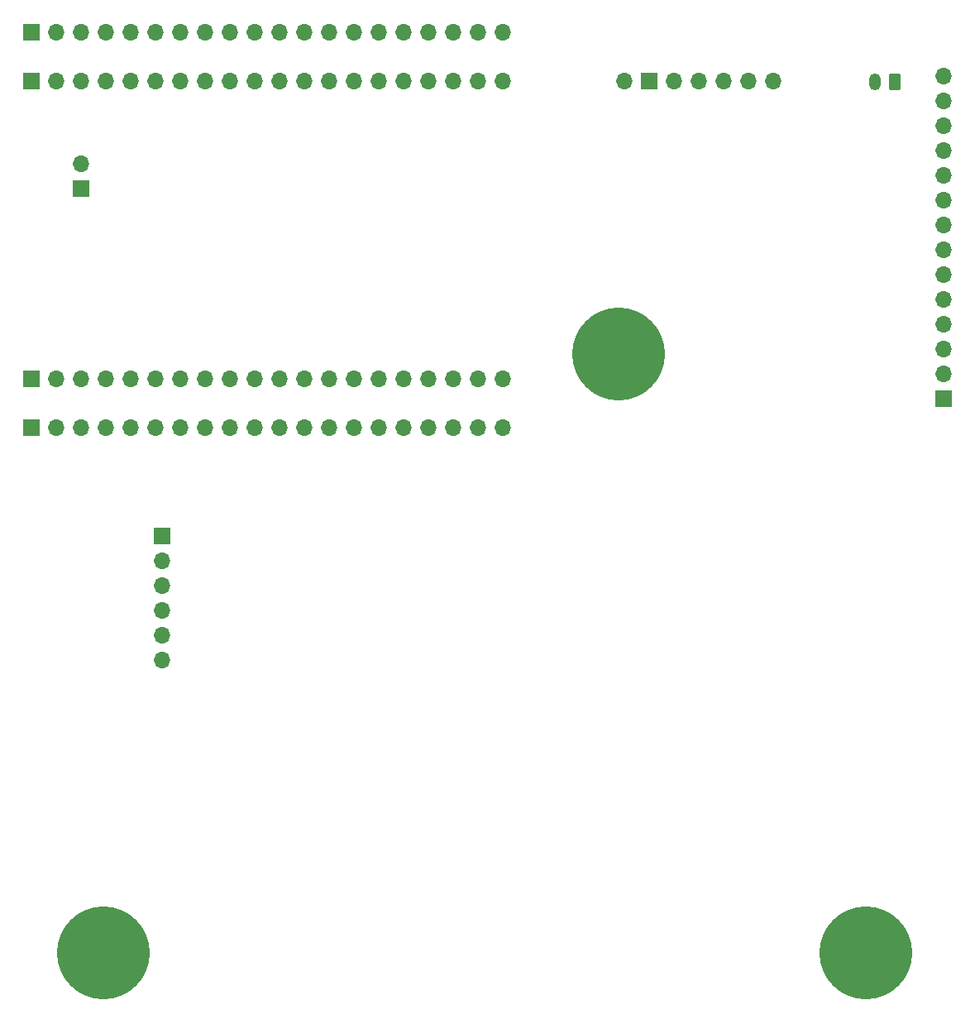
<source format=gbr>
%TF.GenerationSoftware,KiCad,Pcbnew,8.0.6*%
%TF.CreationDate,2024-11-05T07:22:12-08:00*%
%TF.ProjectId,Final_Project_PCB,46696e61-6c5f-4507-926f-6a6563745f50,1.0*%
%TF.SameCoordinates,Original*%
%TF.FileFunction,Soldermask,Bot*%
%TF.FilePolarity,Negative*%
%FSLAX46Y46*%
G04 Gerber Fmt 4.6, Leading zero omitted, Abs format (unit mm)*
G04 Created by KiCad (PCBNEW 8.0.6) date 2024-11-05 07:22:12*
%MOMM*%
%LPD*%
G01*
G04 APERTURE LIST*
G04 Aperture macros list*
%AMRoundRect*
0 Rectangle with rounded corners*
0 $1 Rounding radius*
0 $2 $3 $4 $5 $6 $7 $8 $9 X,Y pos of 4 corners*
0 Add a 4 corners polygon primitive as box body*
4,1,4,$2,$3,$4,$5,$6,$7,$8,$9,$2,$3,0*
0 Add four circle primitives for the rounded corners*
1,1,$1+$1,$2,$3*
1,1,$1+$1,$4,$5*
1,1,$1+$1,$6,$7*
1,1,$1+$1,$8,$9*
0 Add four rect primitives between the rounded corners*
20,1,$1+$1,$2,$3,$4,$5,0*
20,1,$1+$1,$4,$5,$6,$7,0*
20,1,$1+$1,$6,$7,$8,$9,0*
20,1,$1+$1,$8,$9,$2,$3,0*%
G04 Aperture macros list end*
%ADD10C,5.700000*%
%ADD11C,9.500000*%
%ADD12R,1.700000X1.700000*%
%ADD13O,1.700000X1.700000*%
%ADD14RoundRect,0.250000X0.350000X0.625000X-0.350000X0.625000X-0.350000X-0.625000X0.350000X-0.625000X0*%
%ADD15O,1.200000X1.750000*%
G04 APERTURE END LIST*
D10*
%TO.C,MNT2*%
X198000000Y-151000000D03*
D11*
X198000000Y-151000000D03*
%TD*%
D10*
%TO.C,MNT3*%
X120000000Y-151000000D03*
D11*
X120000000Y-151000000D03*
%TD*%
D12*
%TO.C,LCD1*%
X206000000Y-94260000D03*
D13*
X206000000Y-91720000D03*
X206000000Y-89180000D03*
X206000000Y-86640000D03*
X206000000Y-84100000D03*
X206000000Y-81560000D03*
X206000000Y-79020000D03*
X206000000Y-76480000D03*
X206000000Y-73940000D03*
X206000000Y-71400000D03*
X206000000Y-68860000D03*
X206000000Y-66320000D03*
X206000000Y-63780000D03*
X206000000Y-61240000D03*
%TD*%
D10*
%TO.C,MNT1*%
X172700000Y-89700000D03*
D11*
X172700000Y-89700000D03*
%TD*%
D13*
%TO.C,01-GND_Breakout1*%
X160870800Y-97225500D03*
X158330800Y-97225500D03*
X155790800Y-97225500D03*
X153250800Y-97225500D03*
X150710800Y-97225500D03*
X148170800Y-97225500D03*
X145630800Y-97225500D03*
X143090800Y-97225500D03*
X140550800Y-97225500D03*
X138010800Y-97225500D03*
X135470800Y-97225500D03*
X132930800Y-97225500D03*
X130390800Y-97225500D03*
X127850800Y-97225500D03*
X125310800Y-97225500D03*
X122770800Y-97225500D03*
X120230800Y-97225500D03*
X117690800Y-97225500D03*
X115150800Y-97225500D03*
D12*
X112610800Y-97225500D03*
%TD*%
D13*
%TO.C,Amplifier1*%
X188580000Y-61745500D03*
X186040000Y-61745500D03*
X183500000Y-61745500D03*
X180960000Y-61745500D03*
X178420000Y-61745500D03*
D12*
X175880000Y-61745500D03*
D13*
X173340000Y-61745500D03*
%TD*%
D14*
%TO.C,JSTBattery1*%
X201000000Y-61800000D03*
D15*
X199000000Y-61800000D03*
%TD*%
D13*
%TO.C,SDAdaptor1*%
X126000000Y-121000000D03*
X126000000Y-118460000D03*
X126000000Y-115920000D03*
X126000000Y-113380000D03*
X126000000Y-110840000D03*
D12*
X126000000Y-108300000D03*
%TD*%
D13*
%TO.C,DevBoardI01-GND1*%
X160870800Y-92225500D03*
X158330800Y-92225500D03*
X155790800Y-92225500D03*
X153250800Y-92225500D03*
X150710800Y-92225500D03*
X148170800Y-92225500D03*
X145630800Y-92225500D03*
X143090800Y-92225500D03*
X140550800Y-92225500D03*
X138010800Y-92225500D03*
X135470800Y-92225500D03*
X132930800Y-92225500D03*
X130390800Y-92225500D03*
X127850800Y-92225500D03*
X125310800Y-92225500D03*
X122770800Y-92225500D03*
X120230800Y-92225500D03*
X117690800Y-92225500D03*
X115150800Y-92225500D03*
D12*
X112610800Y-92225500D03*
%TD*%
D13*
%TO.C,46-GND_Breakout1*%
X160870800Y-56745500D03*
X158330800Y-56745500D03*
X155790800Y-56745500D03*
X153250800Y-56745500D03*
X150710800Y-56745500D03*
X148170800Y-56745500D03*
X145630800Y-56745500D03*
X143090800Y-56745500D03*
X140550800Y-56745500D03*
X138010800Y-56745500D03*
X135470800Y-56745500D03*
X132930800Y-56745500D03*
X130390800Y-56745500D03*
X127850800Y-56745500D03*
X125310800Y-56745500D03*
X122770800Y-56745500D03*
X120230800Y-56745500D03*
X117690800Y-56745500D03*
X115150800Y-56745500D03*
D12*
X112610800Y-56745500D03*
%TD*%
%TO.C,BatToBoard1*%
X117696598Y-72774478D03*
D13*
X117696598Y-70234478D03*
%TD*%
%TO.C,DevBoardIO46-GND1*%
X160870800Y-61745500D03*
X158330800Y-61745500D03*
X155790800Y-61745500D03*
X153250800Y-61745500D03*
X150710800Y-61745500D03*
X148170800Y-61745500D03*
X145630800Y-61745500D03*
X143090800Y-61745500D03*
X140550800Y-61745500D03*
X138010800Y-61745500D03*
X135470800Y-61745500D03*
X132930800Y-61745500D03*
X130390800Y-61745500D03*
X127850800Y-61745500D03*
X125310800Y-61745500D03*
X122770800Y-61745500D03*
X120230800Y-61745500D03*
X117690800Y-61745500D03*
X115150800Y-61745500D03*
D12*
X112610800Y-61745500D03*
%TD*%
M02*

</source>
